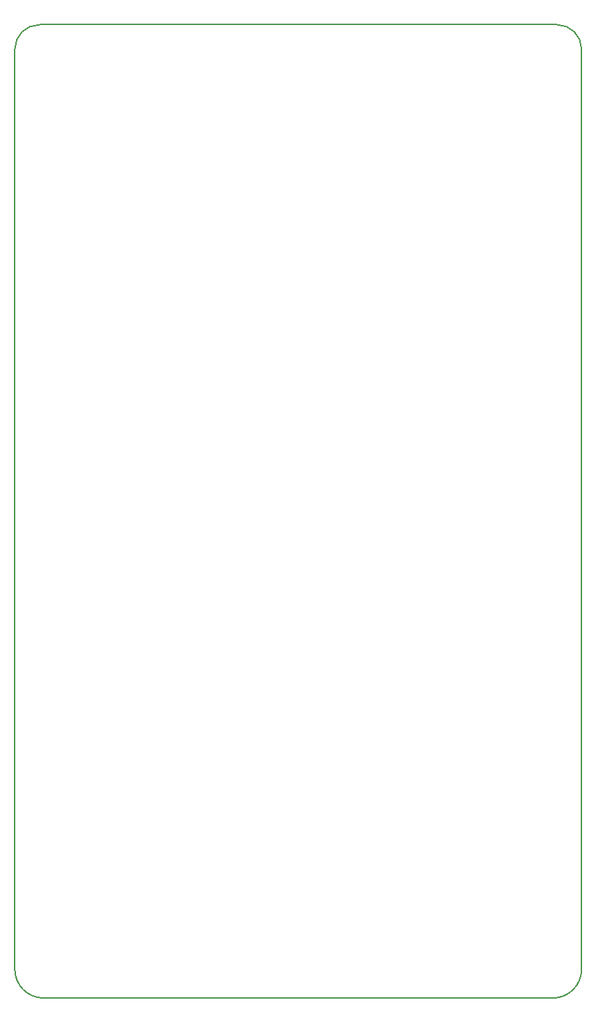
<source format=gbr>
G04 #@! TF.GenerationSoftware,KiCad,Pcbnew,5.0.1*
G04 #@! TF.CreationDate,2019-02-24T09:50:17+01:00*
G04 #@! TF.ProjectId,afterglow_gi_nano,6166746572676C6F775F67695F6E616E,rev?*
G04 #@! TF.SameCoordinates,Original*
G04 #@! TF.FileFunction,Profile,NP*
%FSLAX46Y46*%
G04 Gerber Fmt 4.6, Leading zero omitted, Abs format (unit mm)*
G04 Created by KiCad (PCBNEW 5.0.1) date So 24 Feb 2019 09:50:17 CET*
%MOMM*%
%LPD*%
G01*
G04 APERTURE LIST*
%ADD10C,0.150000*%
G04 APERTURE END LIST*
D10*
X54000000Y-145500000D02*
G75*
G02X50500000Y-142000000I0J3500000D01*
G01*
X119500000Y-142000000D02*
G75*
G02X116000000Y-145500000I-3500000J0D01*
G01*
X116500000Y-27000000D02*
G75*
G02X119500000Y-30000000I0J-3000000D01*
G01*
X54000000Y-27000000D02*
X53500000Y-27000000D01*
X50500000Y-30000000D02*
G75*
G02X53500000Y-27000000I3000000J0D01*
G01*
X119500000Y-142000000D02*
X119500000Y-30000000D01*
X54000000Y-145500000D02*
X116000000Y-145500000D01*
X50500000Y-30000000D02*
X50500000Y-142000000D01*
X54000000Y-27000000D02*
X116500000Y-27000000D01*
M02*

</source>
